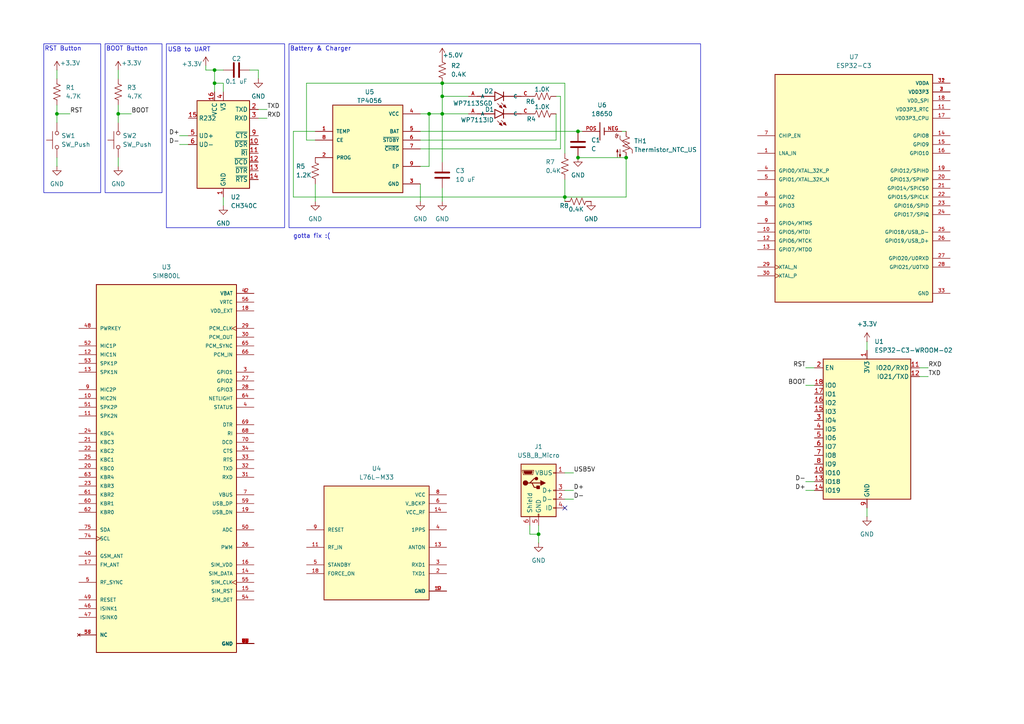
<source format=kicad_sch>
(kicad_sch (version 20250114) (generator "eeschema") (generator_version "9.0")
  (paper "A4")
  (lib_symbols
    (symbol "18650:18650" (pin_names (offset 1.016))
      (property "Reference" "U" (at 0 0 0))
      (property "Value" "18650" (at 0 0 0))
      (symbol "18650_0_0"
        (polyline (pts (xy -0.508 1.016) (xy -0.508 -1.016)) (stroke (width 0.254)))
        (polyline (pts (xy 0.762 2.54) (xy 0.762 -2.54)) (stroke (width 0.254)))
        (pin power_in line (at -5.588 0 0) (length 5.08) (name "~") (number "NEG"))
        (pin power_in line (at 5.842 0 180) (length 5.08) (name "~") (number "POS"))
      )
    )
    (symbol "Connector:USB_B_Micro" (pin_names (offset 1.016))
      (property "Reference" "J" (at -5.08 11.43 0))
      (property "Value" "USB_B_Micro" (at -5.08 8.89 0))
      (symbol "USB_B_Micro_0_1"
        (rectangle (start -5.08 -7.62) (end 5.08 7.62) (stroke (width 0.254)) (fill (type background)))
        (polyline (pts (xy -4.699 5.842) (xy -4.699 5.588) (xy -4.445 4.826) (xy -4.445 4.572) (xy -1.651 4.572) (xy -1.651 4.826) (xy -1.397 5.588) (xy -1.397 5.842) (xy -4.699 5.842)))
        (polyline (pts (xy -4.318 5.588) (xy -1.778 5.588) (xy -2.032 4.826) (xy -4.064 4.826) (xy -4.318 5.588)) (fill (type outline)))
        (circle (center -3.81 2.159) (radius 0.635) (stroke (width 0.254)) (fill (type outline)))
        (polyline (pts (xy -3.175 2.159) (xy -2.54 2.159) (xy -1.27 3.429) (xy -0.635 3.429)) (stroke (width 0.254)))
        (polyline (pts (xy -2.54 2.159) (xy -1.905 2.159) (xy -1.27 0.889) (xy 0 0.889)) (stroke (width 0.254)))
        (polyline (pts (xy -1.905 2.159) (xy 0.635 2.159)) (stroke (width 0.254)))
        (circle (center -0.635 3.429) (radius 0.381) (stroke (width 0.254)) (fill (type outline)))
        (rectangle (start -0.127 -7.62) (end 0.127 -6.858))
        (rectangle (start 0.254 1.27) (end -0.508 0.508) (stroke (width 0.254)) (fill (type outline)))
        (polyline (pts (xy 0.635 2.794) (xy 0.635 1.524) (xy 1.905 2.159) (xy 0.635 2.794)) (stroke (width 0.254)) (fill (type outline)))
        (rectangle (start 5.08 4.953) (end 4.318 5.207))
        (rectangle (start 5.08 -0.127) (end 4.318 0.127))
        (rectangle (start 5.08 -2.667) (end 4.318 -2.413))
        (rectangle (start 5.08 -5.207) (end 4.318 -4.953))
      )
      (symbol "USB_B_Micro_1_1"
        (pin passive line (at -2.54 -10.16 90) (length 2.54) (name "Shield") (number "6"))
        (pin power_out line (at 0 -10.16 90) (length 2.54) (name "GND") (number "5"))
        (pin power_out line (at 7.62 5.08 180) (length 2.54) (name "VBUS") (number "1"))
        (pin bidirectional line (at 7.62 0 180) (length 2.54) (name "D+") (number "3"))
        (pin bidirectional line (at 7.62 -2.54 180) (length 2.54) (name "D-") (number "2"))
        (pin passive line (at 7.62 -5.08 180) (length 2.54) (name "ID") (number "4"))
      )
    )
    (symbol "Device:C" (pin_numbers (hide yes)) (pin_names (offset 0.254))
      (property "Reference" "C" (at 0.635 2.54 0))
      (property "Value" "C" (at 0.635 -2.54 0))
      (symbol "C_0_1"
        (polyline (pts (xy -2.032 0.762) (xy 2.032 0.762)) (stroke (width 0.508)))
        (polyline (pts (xy -2.032 -0.762) (xy 2.032 -0.762)) (stroke (width 0.508)))
      )
      (symbol "C_1_1"
        (pin passive line (at 0 3.81 270) (length 2.794) (name "~") (number "1"))
        (pin passive line (at 0 -3.81 90) (length 2.794) (name "~") (number "2"))
      )
    )
    (symbol "Device:R_US" (pin_numbers (hide yes)) (pin_names (offset 0))
      (property "Reference" "R" (at 2.54 0 90))
      (property "Value" "R_US" (at -2.54 0 90))
      (symbol "R_US_0_1"
        (polyline (pts (xy 0 2.286) (xy 0 2.54)))
        (polyline (pts (xy 0 2.286) (xy 1.016 1.905) (xy 0 1.524) (xy -1.016 1.143) (xy 0 0.762)))
        (polyline (pts (xy 0 0.762) (xy 1.016 0.381) (xy 0 0) (xy -1.016 -0.381) (xy 0 -0.762)))
        (polyline (pts (xy 0 -0.762) (xy 1.016 -1.143) (xy 0 -1.524) (xy -1.016 -1.905) (xy 0 -2.286)))
        (polyline (pts (xy 0 -2.286) (xy 0 -2.54)))
      )
      (symbol "R_US_1_1"
        (pin passive line (at 0 3.81 270) (length 1.27) (name "~") (number "1"))
        (pin passive line (at 0 -3.81 90) (length 1.27) (name "~") (number "2"))
      )
    )
    (symbol "Device:Thermistor_NTC_US" (pin_numbers (hide yes)) (pin_names (offset 0))
      (property "Reference" "TH" (at -4.445 0 90))
      (property "Value" "Thermistor_NTC_US" (at 3.175 0 90))
      (symbol "Thermistor_NTC_US_0_1"
        (arc (start -3.175 2.413) (mid -3.0506 2.3165) (end -3.048 2.159))
        (arc (start -3.048 2.794) (mid -2.9736 2.9736) (end -2.794 3.048))
        (arc (start -2.794 3.048) (mid -2.6144 2.9736) (end -2.54 2.794))
        (arc (start -2.794 2.54) (mid -2.9736 2.6144) (end -3.048 2.794))
        (arc (start -2.794 1.905) (mid -2.9736 1.9794) (end -3.048 2.159))
        (arc (start -2.54 2.159) (mid -2.6144 1.9794) (end -2.794 1.905))
        (arc (start -2.159 2.794) (mid -2.434 2.5608) (end -2.794 2.54))
        (polyline (pts (xy -2.54 2.159) (xy -2.54 2.794)))
        (polyline (pts (xy -2.54 -3.683) (xy -2.54 -1.397) (xy -2.794 -2.159) (xy -2.286 -2.159) (xy -2.54 -1.397) (xy -2.54 -1.651)) (fill (type outline)))
        (polyline (pts (xy -1.778 2.54) (xy -1.778 1.524) (xy 1.778 -1.524) (xy 1.778 -2.54)))
        (polyline (pts (xy -1.778 -1.397) (xy -1.778 -3.683) (xy -2.032 -2.921) (xy -1.524 -2.921) (xy -1.778 -3.683) (xy -1.778 -3.429)) (fill (type outline)))
        (polyline (pts (xy 0 2.286) (xy 0 2.54)))
        (polyline (pts (xy 0 2.286) (xy 1.016 1.905) (xy 0 1.524) (xy -1.016 1.143) (xy 0 0.762)))
        (polyline (pts (xy 0 0.762) (xy 1.016 0.381) (xy 0 0) (xy -1.016 -0.381) (xy 0 -0.762)))
        (polyline (pts (xy 0 -0.762) (xy 1.016 -1.143) (xy 0 -1.524) (xy -1.016 -1.905) (xy 0 -2.286)))
        (polyline (pts (xy 0 -2.286) (xy 0 -2.54)))
      )
      (symbol "Thermistor_NTC_US_1_1"
        (pin passive line (at 0 3.81 270) (length 1.27) (name "~") (number "1"))
        (pin passive line (at 0 -3.81 90) (length 1.27) (name "~") (number "2"))
      )
    )
    (symbol "ESP32-C3:ESP32-C3" (pin_names (offset 1.016))
      (property "Reference" "U" (at -22.86 33.782 0))
      (property "Value" "ESP32-C3" (at -22.86 -35.56 0))
      (symbol "ESP32-C3_0_0"
        (rectangle (start -22.86 -33.02) (end 22.86 33.02) (stroke (width 0.254)) (fill (type background)))
        (pin input line (at -27.94 15.24 0) (length 5.08) (name "CHIP_EN") (number "7"))
        (pin input line (at -27.94 10.16 0) (length 5.08) (name "LNA_IN") (number "1"))
        (pin bidirectional line (at -27.94 5.08 0) (length 5.08) (name "GPIO0/XTAL_32K_P") (number "4"))
        (pin bidirectional line (at -27.94 2.54 0) (length 5.08) (name "GPIO1/XTAL_32K_N") (number "5"))
        (pin bidirectional line (at -27.94 -2.54 0) (length 5.08) (name "GPIO2") (number "6"))
        (pin bidirectional line (at -27.94 -5.08 0) (length 5.08) (name "GPIO3") (number "8"))
        (pin bidirectional line (at -27.94 -10.16 0) (length 5.08) (name "GPIO4/MTMS") (number "9"))
        (pin bidirectional line (at -27.94 -12.7 0) (length 5.08) (name "GPIO5/MTDI") (number "10"))
        (pin bidirectional line (at -27.94 -15.24 0) (length 5.08) (name "GPIO6/MTCK") (number "12"))
        (pin bidirectional line (at -27.94 -17.78 0) (length 5.08) (name "GPIO7/MTDO") (number "13"))
        (pin input clock (at -27.94 -22.86 0) (length 5.08) (name "XTAL_N") (number "29"))
        (pin input clock (at -27.94 -25.4 0) (length 5.08) (name "XTAL_P") (number "30"))
        (pin power_in line (at 27.94 30.48 180) (length 5.08) (name "VDDA") (number "31"))
        (pin power_in line (at 27.94 30.48 180) (length 5.08) (name "VDDA") (number "32"))
        (pin power_in line (at 27.94 27.94 180) (length 5.08) (name "VDD3P3") (number "2"))
        (pin power_in line (at 27.94 27.94 180) (length 5.08) (name "VDD3P3") (number "3"))
        (pin power_in line (at 27.94 25.4 180) (length 5.08) (name "VDD_SPI") (number "18"))
        (pin power_in line (at 27.94 22.86 180) (length 5.08) (name "VDD3P3_RTC") (number "11"))
        (pin power_in line (at 27.94 20.32 180) (length 5.08) (name "VDD3P3_CPU") (number "17"))
        (pin bidirectional line (at 27.94 15.24 180) (length 5.08) (name "GPIO8") (number "14"))
        (pin bidirectional line (at 27.94 12.7 180) (length 5.08) (name "GPIO9") (number "15"))
        (pin bidirectional line (at 27.94 10.16 180) (length 5.08) (name "GPIO10") (number "16"))
        (pin bidirectional line (at 27.94 5.08 180) (length 5.08) (name "GPIO12/SPIHD") (number "19"))
        (pin bidirectional line (at 27.94 2.54 180) (length 5.08) (name "GPIO13/SPIWP") (number "20"))
        (pin bidirectional line (at 27.94 0 180) (length 5.08) (name "GPIO14/SPICS0") (number "21"))
        (pin bidirectional line (at 27.94 -2.54 180) (length 5.08) (name "GPIO15/SPICLK") (number "22"))
        (pin bidirectional line (at 27.94 -5.08 180) (length 5.08) (name "GPIO16/SPID") (number "23"))
        (pin bidirectional line (at 27.94 -7.62 180) (length 5.08) (name "GPIO17/SPIQ") (number "24"))
        (pin bidirectional line (at 27.94 -12.7 180) (length 5.08) (name "GPIO18/USB_D-") (number "25"))
        (pin bidirectional line (at 27.94 -15.24 180) (length 5.08) (name "GPIO19/USB_D+") (number "26"))
        (pin bidirectional line (at 27.94 -20.32 180) (length 5.08) (name "GPIO20/U0RXD") (number "27"))
        (pin bidirectional line (at 27.94 -22.86 180) (length 5.08) (name "GPIO21/U0TXD") (number "28"))
        (pin power_in line (at 27.94 -30.48 180) (length 5.08) (name "GND") (number "33"))
      )
    )
    (symbol "Interface_USB:CH340C"
      (property "Reference" "U" (at -5.08 13.97 0))
      (property "Value" "CH340C" (at 1.27 13.97 0))
      (symbol "CH340C_0_1"
        (rectangle (start -7.62 12.7) (end 7.62 -12.7) (stroke (width 0.254)) (fill (type background)))
      )
      (symbol "CH340C_1_1"
        (pin input line (at -10.16 7.62 0) (length 2.54) (name "R232") (number "15"))
        (pin bidirectional line (at -10.16 2.54 0) (length 2.54) (name "UD+") (number "5"))
        (pin bidirectional line (at -10.16 0 0) (length 2.54) (name "UD-") (number "6"))
        (pin no_connect line (at -7.62 -5.08 0) (length 2.54) (hide yes) (name "NC") (number "7"))
        (pin no_connect line (at -7.62 -7.62 0) (length 2.54) (hide yes) (name "NC") (number "8"))
        (pin power_in line (at -2.54 15.24 270) (length 2.54) (name "VCC") (number "16"))
        (pin power_out line (at 0 15.24 270) (length 2.54) (name "V3") (number "4"))
        (pin power_in line (at 0 -15.24 90) (length 2.54) (name "GND") (number "1"))
        (pin output line (at 10.16 10.16 180) (length 2.54) (name "TXD") (number "2"))
        (pin input line (at 10.16 7.62 180) (length 2.54) (name "RXD") (number "3"))
        (pin input line (at 10.16 2.54 180) (length 2.54) (name "~{CTS}") (number "9"))
        (pin input line (at 10.16 0 180) (length 2.54) (name "~{DSR}") (number "10"))
        (pin input line (at 10.16 -2.54 180) (length 2.54) (name "~{RI}") (number "11"))
        (pin input line (at 10.16 -5.08 180) (length 2.54) (name "~{DCD}") (number "12"))
        (pin output line (at 10.16 -7.62 180) (length 2.54) (name "~{DTR}") (number "13"))
        (pin output line (at 10.16 -10.16 180) (length 2.54) (name "~{RTS}") (number "14"))
      )
    )
    (symbol "L76L-M33:L76L-M33" (pin_names (offset 1.016))
      (property "Reference" "U" (at -15.24 18.542 0))
      (property "Value" "L76L-M33" (at -15.24 -17.78 0))
      (symbol "L76L-M33_0_0"
        (rectangle (start -15.24 -15.24) (end 15.24 17.78) (stroke (width 0.254)) (fill (type background)))
        (pin input line (at -20.32 5.08 0) (length 5.08) (name "RESET") (number "9"))
        (pin input line (at -20.32 0 0) (length 5.08) (name "RF_IN") (number "11"))
        (pin input line (at -20.32 -5.08 0) (length 5.08) (name "STANDBY") (number "5"))
        (pin input line (at -20.32 -7.62 0) (length 5.08) (name "FORCE_ON") (number "18"))
        (pin power_in line (at 20.32 15.24 180) (length 5.08) (name "VCC") (number "8"))
        (pin power_in line (at 20.32 12.7 180) (length 5.08) (name "V_BCKP") (number "6"))
        (pin power_in line (at 20.32 10.16 180) (length 5.08) (name "VCC_RF") (number "14"))
        (pin output line (at 20.32 5.08 180) (length 5.08) (name "1PPS") (number "4"))
        (pin output line (at 20.32 0 180) (length 5.08) (name "ANTON") (number "13"))
        (pin input line (at 20.32 -5.08 180) (length 5.08) (name "RXD1") (number "3"))
        (pin output line (at 20.32 -7.62 180) (length 5.08) (name "TXD1") (number "2"))
        (pin power_in line (at 20.32 -12.7 180) (length 5.08) (name "GND") (number "1"))
        (pin power_in line (at 20.32 -12.7 180) (length 5.08) (name "GND") (number "10"))
        (pin power_in line (at 20.32 -12.7 180) (length 5.08) (name "GND") (number "12"))
      )
    )
    (symbol "RF_Module:ESP32-C3-WROOM-02"
      (property "Reference" "U" (at -12.192 21.336 0))
      (property "Value" "ESP32-C3-WROOM-02" (at 12.192 21.336 0))
      (symbol "ESP32-C3-WROOM-02_1_1"
        (rectangle (start -12.7 20.32) (end 12.7 -20.32) (stroke (width 0.254)) (fill (type background)))
        (pin input line (at -15.24 17.78 0) (length 2.54) (name "EN") (number "2"))
        (pin bidirectional line (at -15.24 12.7 0) (length 2.54) (name "IO0") (number "18"))
        (pin bidirectional line (at -15.24 10.16 0) (length 2.54) (name "IO1") (number "17"))
        (pin bidirectional line (at -15.24 7.62 0) (length 2.54) (name "IO2") (number "16"))
        (pin bidirectional line (at -15.24 5.08 0) (length 2.54) (name "IO3") (number "15"))
        (pin bidirectional line (at -15.24 2.54 0) (length 2.54) (name "IO4") (number "3"))
        (pin bidirectional line (at -15.24 0 0) (length 2.54) (name "IO5") (number "4"))
        (pin bidirectional line (at -15.24 -2.54 0) (length 2.54) (name "IO6") (number "5"))
        (pin bidirectional line (at -15.24 -5.08 0) (length 2.54) (name "IO7") (number "6"))
        (pin bidirectional line (at -15.24 -7.62 0) (length 2.54) (name "IO8") (number "7"))
        (pin bidirectional line (at -15.24 -10.16 0) (length 2.54) (name "IO9") (number "8"))
        (pin bidirectional line (at -15.24 -12.7 0) (length 2.54) (name "IO10") (number "10"))
        (pin bidirectional line (at -15.24 -15.24 0) (length 2.54) (name "IO18") (number "13"))
        (pin bidirectional line (at -15.24 -17.78 0) (length 2.54) (name "IO19") (number "14"))
        (pin power_in line (at 0 22.86 270) (length 2.54) (name "3V3") (number "1"))
        (pin passive line (at 0 -22.86 90) (length 2.54) (hide yes) (name "GND") (number "19"))
        (pin power_in line (at 0 -22.86 90) (length 2.54) (name "GND") (number "9"))
        (pin bidirectional line (at 15.24 17.78 180) (length 2.54) (name "IO20/RXD") (number "11"))
        (pin bidirectional line (at 15.24 15.24 180) (length 2.54) (name "IO21/TXD") (number "12"))
      )
    )
    (symbol "SIM800L:SIM800L" (pin_names (offset 1.016))
      (property "Reference" "U" (at -20.32 55.88 0))
      (property "Value" "SIM800L" (at -20.32 -58.42 0))
      (symbol "SIM800L_0_0"
        (rectangle (start -20.32 -53.34) (end 20.32 53.34) (stroke (width 0.254)) (fill (type background)))
        (pin input line (at -25.4 40.64 0) (length 5.08) (name "PWRKEY") (number "48"))
        (pin input line (at -25.4 35.56 0) (length 5.08) (name "MIC1P") (number "52"))
        (pin input line (at -25.4 33.02 0) (length 5.08) (name "MIC1N") (number "12"))
        (pin output line (at -25.4 30.48 0) (length 5.08) (name "SPK1P") (number "53"))
        (pin output line (at -25.4 27.94 0) (length 5.08) (name "SPK1N") (number "13"))
        (pin input line (at -25.4 22.86 0) (length 5.08) (name "MIC2P") (number "9"))
        (pin input line (at -25.4 20.32 0) (length 5.08) (name "MIC2N") (number "10"))
        (pin output line (at -25.4 17.78 0) (length 5.08) (name "SPK2P") (number "51"))
        (pin output line (at -25.4 15.24 0) (length 5.08) (name "SPK2N") (number "11"))
        (pin input line (at -25.4 10.16 0) (length 5.08) (name "KBC4") (number "24"))
        (pin input line (at -25.4 7.62 0) (length 5.08) (name "KBC3") (number "21"))
        (pin input line (at -25.4 5.08 0) (length 5.08) (name "KBC2") (number "22"))
        (pin input line (at -25.4 2.54 0) (length 5.08) (name "KBC1") (number "25"))
        (pin input line (at -25.4 0 0) (length 5.08) (name "KBC0") (number "20"))
        (pin output line (at -25.4 -2.54 0) (length 5.08) (name "KBR4") (number "63"))
        (pin output line (at -25.4 -5.08 0) (length 5.08) (name "KBR3") (number "23"))
        (pin output line (at -25.4 -7.62 0) (length 5.08) (name "KBR2") (number "61"))
        (pin output line (at -25.4 -10.16 0) (length 5.08) (name "KBR1") (number "60"))
        (pin output line (at -25.4 -12.7 0) (length 5.08) (name "KBR0") (number "62"))
        (pin bidirectional line (at -25.4 -17.78 0) (length 5.08) (name "SDA") (number "75"))
        (pin output clock (at -25.4 -20.32 0) (length 5.08) (name "SCL") (number "74"))
        (pin bidirectional line (at -25.4 -25.4 0) (length 5.08) (name "GSM_ANT") (number "40"))
        (pin input line (at -25.4 -27.94 0) (length 5.08) (name "FM_ANT") (number "17"))
        (pin output line (at -25.4 -33.02 0) (length 5.08) (name "RF_SYNC") (number "5"))
        (pin input line (at -25.4 -38.1 0) (length 5.08) (name "RESET") (number "49"))
        (pin input line (at -25.4 -40.64 0) (length 5.08) (name "ISINK1") (number "46"))
        (pin input line (at -25.4 -43.18 0) (length 5.08) (name "ISINK0") (number "47"))
        (pin no_connect line (at -25.4 -48.26 0) (length 5.08) (name "NC") (number "36"))
        (pin no_connect line (at -25.4 -48.26 0) (length 5.08) (name "NC") (number "57"))
        (pin power_in line (at 25.4 50.8 180) (length 5.08) (name "VBAT") (number "1"))
        (pin power_in line (at 25.4 50.8 180) (length 5.08) (name "VBAT") (number "42"))
        (pin power_in line (at 25.4 48.26 180) (length 5.08) (name "VRTC") (number "56"))
        (pin power_in line (at 25.4 45.72 180) (length 5.08) (name "VDD_EXT") (number "18"))
        (pin output clock (at 25.4 40.64 180) (length 5.08) (name "PCM_CLK") (number "29"))
        (pin output line (at 25.4 38.1 180) (length 5.08) (name "PCM_OUT") (number "30"))
        (pin output line (at 25.4 35.56 180) (length 5.08) (name "PCM_SYNC") (number "65"))
        (pin input line (at 25.4 33.02 180) (length 5.08) (name "PCM_IN") (number "66"))
        (pin bidirectional line (at 25.4 27.94 180) (length 5.08) (name "GPIO1") (number "3"))
        (pin bidirectional line (at 25.4 25.4 180) (length 5.08) (name "GPIO2") (number "27"))
        (pin bidirectional line (at 25.4 22.86 180) (length 5.08) (name "GPIO3") (number "28"))
        (pin output line (at 25.4 20.32 180) (length 5.08) (name "NETLIGHT") (number "64"))
        (pin output line (at 25.4 17.78 180) (length 5.08) (name "STATUS") (number "4"))
        (pin input line (at 25.4 12.7 180) (length 5.08) (name "DTR") (number "69"))
        (pin output line (at 25.4 10.16 180) (length 5.08) (name "RI") (number "68"))
        (pin output line (at 25.4 7.62 180) (length 5.08) (name "DCD") (number "70"))
        (pin output line (at 25.4 5.08 180) (length 5.08) (name "CTS") (number "34"))
        (pin input line (at 25.4 2.54 180) (length 5.08) (name "RTS") (number "33"))
        (pin output line (at 25.4 0 180) (length 5.08) (name "TXD") (number "32"))
        (pin input line (at 25.4 -2.54 180) (length 5.08) (name "RXD") (number "31"))
        (pin input line (at 25.4 -7.62 180) (length 5.08) (name "VBUS") (number "7"))
        (pin bidirectional line (at 25.4 -10.16 180) (length 5.08) (name "USB_DP") (number "59"))
        (pin bidirectional line (at 25.4 -12.7 180) (length 5.08) (name "USB_DN") (number "19"))
        (pin input line (at 25.4 -17.78 180) (length 5.08) (name "ADC") (number "50"))
        (pin output line (at 25.4 -22.86 180) (length 5.08) (name "PWM") (number "26"))
        (pin output line (at 25.4 -27.94 180) (length 5.08) (name "SIM_VDD") (number "16"))
        (pin bidirectional line (at 25.4 -30.48 180) (length 5.08) (name "SIM_DATA") (number "14"))
        (pin output clock (at 25.4 -33.02 180) (length 5.08) (name "SIM_CLK") (number "55"))
        (pin output line (at 25.4 -35.56 180) (length 5.08) (name "SIM_RST") (number "15"))
        (pin input line (at 25.4 -38.1 180) (length 5.08) (name "SIM_DET") (number "54"))
        (pin power_in line (at 25.4 -50.8 180) (length 5.08) (name "GND") (number "2"))
        (pin power_in line (at 25.4 -50.8 180) (length 5.08) (name "GND") (number "35"))
        (pin power_in line (at 25.4 -50.8 180) (length 5.08) (name "GND") (number "37"))
        (pin power_in line (at 25.4 -50.8 180) (length 5.08) (name "GND") (number "38"))
        (pin power_in line (at 25.4 -50.8 180) (length 5.08) (name "GND") (number "39"))
        (pin power_in line (at 25.4 -50.8 180) (length 5.08) (name "GND") (number "41"))
        (pin power_in line (at 25.4 -50.8 180) (length 5.08) (name "GND") (number "43"))
        (pin power_in line (at 25.4 -50.8 180) (length 5.08) (name "GND") (number "44"))
        (pin power_in line (at 25.4 -50.8 180) (length 5.08) (name "GND") (number "45"))
        (pin power_in line (at 25.4 -50.8 180) (length 5.08) (name "GND") (number "58"))
        (pin power_in line (at 25.4 -50.8 180) (length 5.08) (name "GND") (number "6"))
        (pin power_in line (at 25.4 -50.8 180) (length 5.08) (name "GND") (number "67"))
        (pin power_in line (at 25.4 -50.8 180) (length 5.08) (name "GND") (number "71"))
        (pin power_in line (at 25.4 -50.8 180) (length 5.08) (name "GND") (number "72"))
        (pin power_in line (at 25.4 -50.8 180) (length 5.08) (name "GND") (number "73"))
        (pin power_in line (at 25.4 -50.8 180) (length 5.08) (name "GND") (number "76"))
        (pin power_in line (at 25.4 -50.8 180) (length 5.08) (name "GND") (number "77"))
        (pin power_in line (at 25.4 -50.8 180) (length 5.08) (name "GND") (number "78"))
        (pin power_in line (at 25.4 -50.8 180) (length 5.08) (name "GND") (number "79"))
        (pin power_in line (at 25.4 -50.8 180) (length 5.08) (name "GND") (number "8"))
        (pin power_in line (at 25.4 -50.8 180) (length 5.08) (name "GND") (number "80"))
        (pin power_in line (at 25.4 -50.8 180) (length 5.08) (name "GND") (number "81"))
        (pin power_in line (at 25.4 -50.8 180) (length 5.08) (name "GND") (number "82"))
        (pin power_in line (at 25.4 -50.8 180) (length 5.08) (name "GND") (number "83"))
        (pin power_in line (at 25.4 -50.8 180) (length 5.08) (name "GND") (number "84"))
        (pin power_in line (at 25.4 -50.8 180) (length 5.08) (name "GND") (number "85"))
        (pin power_in line (at 25.4 -50.8 180) (length 5.08) (name "GND") (number "86"))
        (pin power_in line (at 25.4 -50.8 180) (length 5.08) (name "GND") (number "87"))
        (pin power_in line (at 25.4 -50.8 180) (length 5.08) (name "GND") (number "88"))
      )
    )
    (symbol "Switch:SW_Push" (pin_numbers (hide yes)) (pin_names (offset 1.016) (hide yes))
      (property "Reference" "SW" (at 1.27 2.54 0))
      (property "Value" "SW_Push" (at 0 -1.524 0))
      (symbol "SW_Push_0_1"
        (circle (center -2.032 0) (radius 0.508))
        (polyline (pts (xy 0 1.27) (xy 0 3.048)))
        (circle (center 2.032 0) (radius 0.508))
        (polyline (pts (xy 2.54 1.27) (xy -2.54 1.27)))
        (pin passive line (at -5.08 0 0) (length 2.54) (name "1") (number "1"))
        (pin passive line (at 5.08 0 180) (length 2.54) (name "2") (number "2"))
      )
    )
    (symbol "TP4056:TP4056" (pin_names (offset 1.016))
      (property "Reference" "U" (at -10.16 13.208 0))
      (property "Value" "TP4056" (at -10.16 -15.24 0))
      (symbol "TP4056_0_0"
        (rectangle (start -10.16 -12.7) (end 10.16 12.7) (stroke (width 0.254)) (fill (type background)))
        (pin input line (at -15.24 5.08 0) (length 5.08) (name "TEMP") (number "1"))
        (pin input line (at -15.24 2.54 0) (length 5.08) (name "CE") (number "8"))
        (pin bidirectional line (at -15.24 -2.54 0) (length 5.08) (name "PROG") (number "2"))
        (pin power_in line (at 15.24 10.16 180) (length 5.08) (name "VCC") (number "4"))
        (pin output line (at 15.24 5.08 180) (length 5.08) (name "BAT") (number "5"))
        (pin output line (at 15.24 2.54 180) (length 5.08) (name "~{STDBY}") (number "6"))
        (pin output line (at 15.24 0 180) (length 5.08) (name "~{CHRG}") (number "7"))
        (pin passive line (at 15.24 -5.08 180) (length 5.08) (name "EP") (number "9"))
        (pin power_in line (at 15.24 -10.16 180) (length 5.08) (name "GND") (number "3"))
      )
    )
    (symbol "WP7113ID:WP7113ID" (pin_names (offset 1.016))
      (property "Reference" "D" (at -2.0355 4.071 0))
      (property "Value" "WP7113ID" (at -2.0386 -3.8224 0))
      (symbol "WP7113ID_0_0"
        (polyline (pts (xy -5.08 0) (xy 0 0)) (stroke (width 0.254)))
        (polyline (pts (xy -0.762 3.302) (xy 0.127 2.921) (xy -0.381 2.413) (xy -0.762 3.302)) (stroke (width 0.1524)) (fill (type outline)))
        (polyline (pts (xy 0 0) (xy 0 1.27)) (stroke (width 0.254)))
        (polyline (pts (xy 0 0) (xy 2.54 1.27)) (stroke (width 0.254)))
        (polyline (pts (xy 0 -1.27) (xy 0 0)) (stroke (width 0.254)))
        (polyline (pts (xy 0.381 3.429) (xy 1.27 3.048) (xy 0.762 2.54) (xy 0.381 3.429)) (stroke (width 0.1524)) (fill (type outline)))
        (polyline (pts (xy 0.635 1.905) (xy -0.762 3.302)) (stroke (width 0.1524)))
        (polyline (pts (xy 1.778 2.032) (xy 0.381 3.429)) (stroke (width 0.1524)))
        (polyline (pts (xy 2.54 0) (xy 2.54 1.27)) (stroke (width 0.254)))
        (polyline (pts (xy 2.54 0) (xy 7.62 0)) (stroke (width 0.254)))
        (polyline (pts (xy 2.54 -1.27) (xy 0 0)) (stroke (width 0.254)))
        (polyline (pts (xy 2.54 -1.27) (xy 2.54 0)) (stroke (width 0.254)))
        (pin passive line (at -7.62 0 0) (length 2.54) (name "C") (number "C"))
        (pin passive line (at 10.16 0 180) (length 2.54) (name "A") (number "A"))
      )
    )
    (symbol "WP7113SGD:WP7113SGD" (pin_names (offset 1.016))
      (property "Reference" "D" (at -2.0348 4.0696 0))
      (property "Value" "WP7113SGD" (at -2.0358 -3.8172 0))
      (symbol "WP7113SGD_0_0"
        (polyline (pts (xy -5.08 0) (xy 0 0)) (stroke (width 0.254)))
        (polyline (pts (xy -0.762 3.302) (xy 0.127 2.921) (xy -0.381 2.413) (xy -0.762 3.302)) (stroke (width 0.1524)) (fill (type outline)))
        (polyline (pts (xy 0 0) (xy 0 1.27)) (stroke (width 0.254)))
        (polyline (pts (xy 0 0) (xy 2.54 1.27)) (stroke (width 0.254)))
        (polyline (pts (xy 0 -1.27) (xy 0 0)) (stroke (width 0.254)))
        (polyline (pts (xy 0.381 3.429) (xy 1.27 3.048) (xy 0.762 2.54) (xy 0.381 3.429)) (stroke (width 0.1524)) (fill (type outline)))
        (polyline (pts (xy 0.635 1.905) (xy -0.762 3.302)) (stroke (width 0.1524)))
        (polyline (pts (xy 1.778 2.032) (xy 0.381 3.429)) (stroke (width 0.1524)))
        (polyline (pts (xy 2.54 0) (xy 2.54 1.27)) (stroke (width 0.254)))
        (polyline (pts (xy 2.54 0) (xy 7.62 0)) (stroke (width 0.254)))
        (polyline (pts (xy 2.54 -1.27) (xy 0 0)) (stroke (width 0.254)))
        (polyline (pts (xy 2.54 -1.27) (xy 2.54 0)) (stroke (width 0.254)))
        (pin passive line (at -7.62 0 0) (length 2.54) (name "C") (number "C"))
        (pin passive line (at 10.16 0 180) (length 2.54) (name "A") (number "A"))
      )
    )
    (symbol "power:+3.3V" (power) (pin_numbers (hide yes)) (pin_names (offset 0) (hide yes))
      (property "Value" "+3.3V" (at 0 3.556 0))
      (symbol "+3.3V_0_1"
        (polyline (pts (xy -0.762 1.27) (xy 0 2.54)))
        (polyline (pts (xy 0 2.54) (xy 0.762 1.27)))
        (polyline (pts (xy 0 0) (xy 0 2.54)))
      )
      (symbol "+3.3V_1_1"
        (pin power_in line (at 0 0 90) (length 0) (name "~") (number "1"))
      )
    )
    (symbol "power:GND" (power) (pin_numbers (hide yes)) (pin_names (offset 0) (hide yes))
      (property "Value" "GND" (at 0 -3.81 0))
      (symbol "GND_0_1"
        (polyline (pts (xy 0 0) (xy 0 -1.27) (xy 1.27 -1.27) (xy 0 -2.54) (xy -1.27 -1.27) (xy 0 -1.27)))
      )
      (symbol "GND_1_1"
        (pin power_in line (at 0 0 270) (length 0) (name "~") (number "1"))
      )
    )
  )
  (rectangle (start 12.7 12.7) (end 29.21 55.88))
  (rectangle (start 48.26 12.7) (end 82.55 66.04))
  (rectangle (start 83.82 12.7) (end 203.2 66.04))
  (rectangle (start 30.48 12.7) (end 46.99 55.88))
  (text "BOOT Button\n" (at 36.83 14.224 0) (effects (font (size 1.27 1.27))))
  (text "RST Button\n" (at 18.288 14.224 0) (effects (font (size 1.27 1.27))))
  (text "Battery & Charger" (at 92.964 14.224 0) (effects (font (size 1.27 1.27))))
  (text "USB to UART" (at 54.864 14.478 0) (effects (font (size 1.27 1.27))))
  (text "gotta fix :(\n" (at 90.424 68.58 0) (effects (font (size 1.27 1.27))))
  (junction (at 167.64 38.1))
  (junction (at 124.46 33.02))
  (junction (at 167.64 45.72))
  (junction (at 62.23 20.32))
  (junction (at 181.61 45.72))
  (junction (at 128.27 27.94))
  (junction (at 16.51 33.02))
  (junction (at 156.21 154.94))
  (junction (at 163.83 57.15))
  (junction (at 62.23 24.13))
  (junction (at 128.27 24.13))
  (junction (at 128.27 33.02))
  (junction (at 34.29 33.02))
  (no_connect (at 163.83 147.32))
  (wire (pts (xy 72.39 20.32) (xy 74.93 20.32)))
  (wire (pts (xy 34.29 20.32) (xy 34.29 22.86)))
  (wire (pts (xy 62.23 24.13) (xy 62.23 26.67)))
  (wire (pts (xy 124.46 33.02) (xy 128.27 33.02)))
  (wire (pts (xy 135.89 27.94) (xy 128.27 27.94)))
  (wire (pts (xy 163.83 142.24) (xy 166.37 142.24)))
  (wire (pts (xy 121.92 53.34) (xy 121.92 58.42)))
  (wire (pts (xy 163.83 24.13) (xy 128.27 24.13)))
  (wire (pts (xy 16.51 30.48) (xy 16.51 33.02)))
  (wire (pts (xy 180.34 38.1) (xy 181.61 38.1)))
  (wire (pts (xy 62.23 20.32) (xy 62.23 24.13)))
  (wire (pts (xy 124.46 48.26) (xy 124.46 33.02)))
  (wire (pts (xy 62.23 20.32) (xy 64.77 20.32)))
  (wire (pts (xy 233.68 142.24) (xy 236.22 142.24)))
  (wire (pts (xy 88.9 24.13) (xy 88.9 40.64)))
  (wire (pts (xy 162.56 43.18) (xy 121.92 43.18)))
  (wire (pts (xy 163.83 57.15) (xy 181.61 57.15)))
  (wire (pts (xy 156.21 152.4) (xy 156.21 154.94)))
  (wire (pts (xy 62.23 24.13) (xy 64.77 24.13)))
  (wire (pts (xy 167.64 38.1) (xy 168.91 38.1)))
  (wire (pts (xy 163.83 137.16) (xy 166.37 137.16)))
  (wire (pts (xy 167.64 45.72) (xy 181.61 45.72)))
  (wire (pts (xy 233.68 111.76) (xy 236.22 111.76)))
  (wire (pts (xy 59.69 20.32) (xy 62.23 20.32)))
  (wire (pts (xy 181.61 45.72) (xy 181.61 57.15)))
  (wire (pts (xy 34.29 45.72) (xy 34.29 48.26)))
  (wire (pts (xy 91.44 53.34) (xy 91.44 58.42)))
  (wire (pts (xy 153.67 154.94) (xy 156.21 154.94)))
  (wire (pts (xy 128.27 24.13) (xy 128.27 27.94)))
  (wire (pts (xy 233.68 106.68) (xy 236.22 106.68)))
  (wire (pts (xy 163.83 57.15) (xy 163.83 58.42)))
  (wire (pts (xy 161.29 33.02) (xy 161.29 40.64)))
  (wire (pts (xy 85.09 57.15) (xy 85.09 38.1)))
  (wire (pts (xy 88.9 40.64) (xy 91.44 40.64)))
  (wire (pts (xy 163.83 144.78) (xy 166.37 144.78)))
  (wire (pts (xy 34.29 33.02) (xy 34.29 35.56)))
  (wire (pts (xy 16.51 33.02) (xy 20.32 33.02)))
  (wire (pts (xy 233.68 139.7) (xy 236.22 139.7)))
  (wire (pts (xy 16.51 45.72) (xy 16.51 48.26)))
  (wire (pts (xy 163.83 52.07) (xy 163.83 57.15)))
  (wire (pts (xy 64.77 57.15) (xy 64.77 59.69)))
  (wire (pts (xy 163.83 44.45) (xy 163.83 24.13)))
  (wire (pts (xy 153.67 152.4) (xy 153.67 154.94)))
  (wire (pts (xy 34.29 30.48) (xy 34.29 33.02)))
  (wire (pts (xy 34.29 33.02) (xy 38.1 33.02)))
  (wire (pts (xy 85.09 38.1) (xy 91.44 38.1)))
  (wire (pts (xy 128.27 27.94) (xy 128.27 33.02)))
  (wire (pts (xy 128.27 33.02) (xy 128.27 46.99)))
  (wire (pts (xy 74.93 31.75) (xy 77.47 31.75)))
  (wire (pts (xy 121.92 48.26) (xy 124.46 48.26)))
  (wire (pts (xy 162.56 27.94) (xy 162.56 43.18)))
  (wire (pts (xy 128.27 58.42) (xy 128.27 54.61)))
  (wire (pts (xy 64.77 24.13) (xy 64.77 26.67)))
  (wire (pts (xy 121.92 33.02) (xy 124.46 33.02)))
  (wire (pts (xy 251.46 147.32) (xy 251.46 149.86)))
  (wire (pts (xy 251.46 99.06) (xy 251.46 101.6)))
  (wire (pts (xy 121.92 38.1) (xy 167.64 38.1)))
  (wire (pts (xy 85.09 57.15) (xy 163.83 57.15)))
  (wire (pts (xy 128.27 24.13) (xy 88.9 24.13)))
  (wire (pts (xy 266.7 109.22) (xy 269.24 109.22)))
  (wire (pts (xy 156.21 154.94) (xy 156.21 157.48)))
  (wire (pts (xy 135.89 33.02) (xy 128.27 33.02)))
  (wire (pts (xy 161.29 40.64) (xy 121.92 40.64)))
  (wire (pts (xy 161.29 27.94) (xy 162.56 27.94)))
  (wire (pts (xy 52.07 39.37) (xy 54.61 39.37)))
  (wire (pts (xy 74.93 34.29) (xy 77.47 34.29)))
  (wire (pts (xy 16.51 20.32) (xy 16.51 22.86)))
  (wire (pts (xy 59.69 19.05) (xy 59.69 20.32)))
  (wire (pts (xy 52.07 41.91) (xy 54.61 41.91)))
  (wire (pts (xy 74.93 20.32) (xy 74.93 22.86)))
  (wire (pts (xy 266.7 106.68) (xy 269.24 106.68)))
  (wire (pts (xy 16.51 33.02) (xy 16.51 35.56)))
  (label "D+" (at 166.37 142.24 0))
  (label "BOOT" (at 38.1 33.02 0))
  (label "RST" (at 233.68 106.68 180))
  (label "RST" (at 20.32 33.02 0))
  (label "BOOT" (at 233.68 111.76 180))
  (label "TXD" (at 269.24 109.22 0))
  (label "D-" (at 52.07 41.91 180))
  (label "D-" (at 166.37 144.78 0))
  (label "RXD" (at 269.24 106.68 0))
  (label "D+" (at 52.07 39.37 180))
  (label "D+" (at 233.68 142.24 180))
  (label "TXD" (at 77.47 31.75 0))
  (label "D-" (at 233.68 139.7 180))
  (label "RXD" (at 77.47 34.29 0))
  (label "USB5V" (at 166.37 137.16 0))
  (symbol (lib_id "ESP32-C3:ESP32-C3") (at 247.65 54.61 0) (unit 1)
    (property "Reference" "U7" (at 247.65 16.51 0))
    (property "Value" "ESP32-C3" (at 247.65 19.05 0))
    (property "Footprint" "ESP32-C3:QFN50P500X500X90-33N" (effects (hide yes)))
    (property "MF" "Espressif Systems" (effects (hide yes)))
    (property "MAXIMUM_PACKAGE_HEIGHT" "0.9mm" (effects (hide yes)))
    (property "Package" "VFQFN-32 Espressif Systems" (effects (hide yes)))
    (property "Price" "None" (effects (hide yes)))
    (property "Check_prices" "https://www.snapeda.com/parts/ESP32-C3/Espressif+Systems/view-part/?ref=eda" (effects (hide yes)))
    (property "STANDARD" "IPC-7351B" (effects (hide yes)))
    (property "PARTREV" "2.0" (effects (hide yes)))
    (property "SnapEDA_Link" "https://www.snapeda.com/parts/ESP32-C3/Espressif+Systems/view-part/?ref=snap" (effects (hide yes)))
    (property "MP" "ESP32-C3" (effects (hide yes)))
    (property "Description_1" "WiFi Modules (802.11) (Engineering Samples Only) SMD IC ESP32-C3, RISC-V single-core MCU, 2.4G Wi-Fi & BLE 5.0 combo, QFN 32-pin, 5*5 mm, 40 ~ 105C" (effects (hide yes)))
    (property "Availability" "In Stock" (effects (hide yes)))
    (property "MANUFACTURER" "Espressif Systems" (effects (hide yes)))
  )
  (symbol (lib_id "Interface_USB:CH340C") (at 64.77 41.91 0) (unit 1)
    (property "Reference" "U2" (at 66.9133 57.15 0) (effects (justify left)))
    (property "Value" "CH340C" (at 66.9133 59.69 0) (effects (justify left)))
    (property "Footprint" "Package_SO:SOIC-16_3.9x9.9mm_P1.27mm" (effects (hide yes)))
    (property "Datasheet" "https://datasheet.lcsc.com/szlcsc/Jiangsu-Qin-Heng-CH340C_C84681.pdf" (effects (hide yes)))
    (property "Description" "USB serial converter, crystal-less, UART, SOIC-16" (effects (hide yes)))
  )
  (symbol (lib_id "Switch:SW_Push") (at 16.51 40.64 90) (unit 1)
    (property "Reference" "SW1" (at 17.78 39.3699 90) (effects (justify right)))
    (property "Value" "SW_Push" (at 17.78 41.9099 90) (effects (justify right)))
    (property "Description" "Push button switch, generic, two pins" (effects (hide yes)))
  )
  (symbol (lib_id "power:GND") (at 128.27 58.42 0) (unit 1)
    (property "Reference" "#PWR016" (effects (hide yes)))
    (property "Value" "GND" (at 128.27 63.5 0))
    (property "Description" "Power symbol creates a global label with name \"GND\" , ground" (effects (hide yes)))
  )
  (symbol (lib_id "Device:C") (at 128.27 50.8 0) (unit 1)
    (property "Reference" "C3" (at 132.08 49.5299 0) (effects (justify left)))
    (property "Value" "10 uF" (at 132.08 52.0699 0) (effects (justify left)))
    (property "Description" "Unpolarized capacitor" (effects (hide yes)))
  )
  (symbol (lib_id "power:+3.3V") (at 128.27 16.51 0) (unit 1)
    (property "Reference" "#PWR07" (effects (hide yes)))
    (property "Value" "+5.0V" (at 131.318 16.002 0))
    (property "Description" "Power symbol creates a global label with name \"+3.3V\"" (effects (hide yes)))
  )
  (symbol (lib_id "power:GND") (at 34.29 48.26 0) (unit 1)
    (property "Reference" "#PWR08" (effects (hide yes)))
    (property "Value" "GND" (at 34.29 53.34 0))
    (property "Description" "Power symbol creates a global label with name \"GND\" , ground" (effects (hide yes)))
  )
  (symbol (lib_id "SIM800L:SIM800L") (at 48.26 135.89 0) (unit 1)
    (property "Reference" "U3" (at 48.26 77.47 0))
    (property "Value" "SIM800L" (at 48.26 80.01 0))
    (property "Footprint" "SIM800L:MODULE_SIM800L" (effects (hide yes)))
    (property "MF" "Simcom" (effects (hide yes)))
    (property "MAXIMUM_PACKAGE_HEIGHT" "2.55 mm" (effects (hide yes)))
    (property "Package" "None" (effects (hide yes)))
    (property "Price" "None" (effects (hide yes)))
    (property "Check_prices" "https://www.snapeda.com/parts/SIM800L/SIMCom/view-part/?ref=eda" (effects (hide yes)))
    (property "STANDARD" "Manufacturer Recommendations" (effects (hide yes)))
    (property "PARTREV" "1.01" (effects (hide yes)))
    (property "SnapEDA_Link" "https://www.snapeda.com/parts/SIM800L/SIMCom/view-part/?ref=snap" (effects (hide yes)))
    (property "MP" "SIM800L" (effects (hide yes)))
    (property "Description_1" "SIM800L GSM RF M5Stack Platform Evaluation Expansion Board" (effects (hide yes)))
    (property "MANUFACTURER" "Simcom" (effects (hide yes)))
    (property "Availability" "In Stock" (effects (hide yes)))
    (property "SNAPEDA_PN" "SIM800L" (effects (hide yes)))
  )
  (symbol (lib_id "Device:R_US") (at 16.51 26.67 0) (unit 1)
    (property "Reference" "R1" (at 19.05 25.3999 0) (effects (justify left)))
    (property "Value" "4.7K" (at 19.05 27.9399 0) (effects (justify left)))
    (property "Description" "Resistor, US symbol" (effects (hide yes)))
  )
  (symbol (lib_id "Connector:USB_B_Micro") (at 156.21 142.24 0) (unit 1)
    (property "Reference" "J1" (at 156.21 129.54 0))
    (property "Value" "USB_B_Micro" (at 156.21 132.08 0))
    (property "Description" "USB Micro Type B connector" (effects (hide yes)))
  )
  (symbol (lib_id "Device:R_US") (at 128.27 20.32 0) (unit 1)
    (property "Reference" "R2" (at 130.81 19.0499 0) (effects (justify left)))
    (property "Value" "0.4K" (at 130.81 21.5899 0) (effects (justify left)))
    (property "Description" "Resistor, US symbol" (effects (hide yes)))
  )
  (symbol (lib_id "power:+3.3V") (at 34.29 20.32 0) (unit 1)
    (property "Reference" "#PWR02" (effects (hide yes)))
    (property "Value" "+3.3V" (at 38.1 18.288 0))
    (property "Description" "Power symbol creates a global label with name \"+3.3V\"" (effects (hide yes)))
  )
  (symbol (lib_id "power:GND") (at 251.46 149.86 0) (unit 1)
    (property "Reference" "#PWR05" (effects (hide yes)))
    (property "Value" "GND" (at 251.46 154.94 0))
    (property "Description" "Power symbol creates a global label with name \"GND\" , ground" (effects (hide yes)))
  )
  (symbol (lib_id "Device:R_US") (at 34.29 26.67 0) (unit 1)
    (property "Reference" "R3" (at 36.83 25.3999 0) (effects (justify left)))
    (property "Value" "4.7K" (at 36.83 27.9399 0) (effects (justify left)))
    (property "Description" "Resistor, US symbol" (effects (hide yes)))
  )
  (symbol (lib_id "power:GND") (at 167.64 45.72 0) (unit 1)
    (property "Reference" "#PWR012" (effects (hide yes)))
    (property "Value" "GND" (at 167.64 50.8 0))
    (property "Description" "Power symbol creates a global label with name \"GND\" , ground" (effects (hide yes)))
  )
  (symbol (lib_id "Device:R_US") (at 157.48 27.94 90) (unit 1)
    (property "Reference" "R6" (at 155.194 29.464 90) (effects (justify left)))
    (property "Value" "1.0K" (at 159.512 25.908 90) (effects (justify left)))
    (property "Description" "Resistor, US symbol" (effects (hide yes)))
  )
  (symbol (lib_id "Device:R_US") (at 91.44 49.53 0) (unit 1)
    (property "Reference" "R5" (at 85.852 48.26 0) (effects (justify left)))
    (property "Value" "1.2K" (at 85.852 50.8 0) (effects (justify left)))
    (property "Description" "Resistor, US symbol" (effects (hide yes)))
  )
  (symbol (lib_id "Device:R_US") (at 163.83 48.26 0) (unit 1)
    (property "Reference" "R7" (at 158.242 46.99 0) (effects (justify left)))
    (property "Value" "0.4K" (at 158.242 49.53 0) (effects (justify left)))
    (property "Description" "Resistor, US symbol" (effects (hide yes)))
  )
  (symbol (lib_id "power:+3.3V") (at 59.69 19.05 0) (unit 1)
    (property "Reference" "#PWR09" (effects (hide yes)))
    (property "Value" "+3.3V" (at 55.626 18.542 0))
    (property "Description" "Power symbol creates a global label with name \"+3.3V\"" (effects (hide yes)))
  )
  (symbol (lib_id "Switch:SW_Push") (at 34.29 40.64 90) (unit 1)
    (property "Reference" "SW2" (at 35.56 39.3699 90) (effects (justify right)))
    (property "Value" "SW_Push" (at 35.56 41.9099 90) (effects (justify right)))
    (property "Description" "Push button switch, generic, two pins" (effects (hide yes)))
  )
  (symbol (lib_id "power:GND") (at 16.51 48.26 0) (unit 1)
    (property "Reference" "#PWR04" (effects (hide yes)))
    (property "Value" "GND" (at 16.51 53.34 0))
    (property "Description" "Power symbol creates a global label with name \"GND\" , ground" (effects (hide yes)))
  )
  (symbol (lib_id "power:GND") (at 156.21 157.48 0) (unit 1)
    (property "Reference" "#PWR06" (effects (hide yes)))
    (property "Value" "GND" (at 156.21 162.56 0))
    (property "Description" "Power symbol creates a global label with name \"GND\" , ground" (effects (hide yes)))
  )
  (symbol (lib_id "TP4056:TP4056") (at 106.68 43.18 0) (unit 1)
    (property "Reference" "U5" (at 107.188 26.67 0))
    (property "Value" "TP4056" (at 107.188 29.21 0))
    (property "Footprint" "TP4056:SOP127P600X175-9N" (effects (hide yes)))
    (property "MF" "NanJing Top Power ASIC Corp." (effects (hide yes)))
    (property "MAXIMUM_PACKAGE_HEIGHT" "1.75mm" (effects (hide yes)))
    (property "Package" "Package" (effects (hide yes)))
    (property "Price" "None" (effects (hide yes)))
    (property "Check_prices" "https://www.snapeda.com/parts/TP4056/NanJing+Top+Power+ASIC+Corp./view-part/?ref=eda" (effects (hide yes)))
    (property "STANDARD" "IPC 7351B" (effects (hide yes)))
    (property "SnapEDA_Link" "https://www.snapeda.com/parts/TP4056/NanJing+Top+Power+ASIC+Corp./view-part/?ref=snap" (effects (hide yes)))
    (property "MP" "TP4056" (effects (hide yes)))
    (property "Description_1" "Complete single cell Li-Ion battery with a constant current / constant voltage linear charger" (effects (hide yes)))
    (property "Availability" "Not in stock" (effects (hide yes)))
    (property "MANUFACTURER" "NanJing Top Power ASIC Corp." (effects (hide yes)))
  )
  (symbol (lib_id "Device:R_US") (at 167.64 58.42 270) (unit 1)
    (property "Reference" "R8" (at 162.306 59.69 90) (effects (justify left)))
    (property "Value" "0.4K" (at 164.846 60.706 90) (effects (justify left)))
    (property "Description" "Resistor, US symbol" (effects (hide yes)))
  )
  (symbol (lib_id "L76L-M33:L76L-M33") (at 109.22 158.75 0) (unit 1)
    (property "Reference" "U4" (at 109.22 135.89 0))
    (property "Value" "L76L-M33" (at 109.22 138.43 0))
    (property "Footprint" "L76L-M33:XCVR_L76L-M33" (effects (hide yes)))
    (property "MF" "Quectel" (effects (hide yes)))
    (property "Description_1" "Navigation BeiDou, Galileo, GLONASS, GPS, GNSS Transceiver Module 1.561GHz, 1.575GHz, 1.602GHz Antenna Not Included Surface Mount" (effects (hide yes)))
    (property "Package" "Custom Quectel" (effects (hide yes)))
    (property "Price" "None" (effects (hide yes)))
    (property "SnapEDA_Link" "https://www.snapeda.com/parts/L76LM33/Quectel/view-part/?ref=snap" (effects (hide yes)))
    (property "MP" "L76LM33" (effects (hide yes)))
    (property "Availability" "In Stock" (effects (hide yes)))
    (property "Check_prices" "https://www.snapeda.com/parts/L76LM33/Quectel/view-part/?ref=eda" (effects (hide yes)))
  )
  (symbol (lib_id "WP7113ID:WP7113ID") (at 146.05 33.02 180) (unit 1)
    (property "Reference" "D1" (at 141.986 31.75 0))
    (property "Value" "WP7113ID" (at 138.43 34.798 0))
    (property "Footprint" "WP7113ID:LED_WP7113ID" (effects (hide yes)))
    (property "MF" "Kingbright" (effects (hide yes)))
    (property "Description_1" "Red 617nm LED Indication - Discrete 2V Radial" (effects (hide yes)))
    (property "Package" "Radial Kingbright" (effects (hide yes)))
    (property "Price" "None" (effects (hide yes)))
    (property "Check_prices" "https://www.snapeda.com/parts/WP7113ID/Kingbright/view-part/?ref=eda" (effects (hide yes)))
    (property "SnapEDA_Link" "https://www.snapeda.com/parts/WP7113ID/Kingbright/view-part/?ref=snap" (effects (hide yes)))
    (property "MP" "WP7113ID" (effects (hide yes)))
    (property "Availability" "In Stock" (effects (hide yes)))
    (property "MANUFACTURER" "Kingbright" (effects (hide yes)))
  )
  (symbol (lib_id "power:+3.3V") (at 251.46 99.06 0) (unit 1)
    (property "Reference" "#PWR03" (effects (hide yes)))
    (property "Value" "+3.3V" (at 251.46 93.98 0))
    (property "Description" "Power symbol creates a global label with name \"+3.3V\"" (effects (hide yes)))
  )
  (symbol (lib_id "power:GND") (at 171.45 58.42 0) (unit 1)
    (property "Reference" "#PWR015" (effects (hide yes)))
    (property "Value" "GND" (at 171.45 63.5 0))
    (property "Description" "Power symbol creates a global label with name \"GND\" , ground" (effects (hide yes)))
  )
  (symbol (lib_id "power:GND") (at 64.77 59.69 0) (unit 1)
    (property "Reference" "#PWR010" (effects (hide yes)))
    (property "Value" "GND" (at 64.77 64.77 0))
    (property "Description" "Power symbol creates a global label with name \"GND\" , ground" (effects (hide yes)))
  )
  (symbol (lib_id "Device:C") (at 68.58 20.32 90) (unit 1)
    (property "Reference" "C2" (at 68.58 17.018 90))
    (property "Value" "0.1 uF" (at 68.58 23.622 90))
    (property "Description" "Unpolarized capacitor" (effects (hide yes)))
  )
  (symbol (lib_id "RF_Module:ESP32-C3-WROOM-02") (at 251.46 124.46 0) (unit 1)
    (property "Reference" "U1" (at 253.6033 99.06 0) (effects (justify left)))
    (property "Value" "ESP32-C3-WROOM-02" (at 253.6033 101.6 0) (effects (justify left)))
    (property "Footprint" "RF_Module:ESP32-C3-WROOM-02" (effects (hide yes)))
    (property "Datasheet" "https://www.espressif.com/sites/default/files/documentation/esp32-c3-wroom-02_datasheet_en.pdf" (effects (hide yes)))
    (property "Description" "802.11 b/g/n Wi­Fi and Bluetooth 5 module, ESP32­C3 SoC, RISC­V microprocessor, On-board antenna" (effects (hide yes)))
  )
  (symbol (lib_id "Device:C") (at 167.64 41.91 0) (unit 1)
    (property "Reference" "C1" (at 171.45 40.6399 0) (effects (justify left)))
    (property "Value" "C" (at 171.45 43.1799 0) (effects (justify left)))
    (property "Description" "Unpolarized capacitor" (effects (hide yes)))
  )
  (symbol (lib_id "Device:Thermistor_NTC_US") (at 181.61 41.91 0) (unit 1)
    (property "Reference" "TH1" (at 183.896 40.894 0) (effects (justify left)))
    (property "Value" "Thermistor_NTC_US" (at 183.896 43.434 0) (effects (justify left)))
    (property "Description" "Temperature dependent resistor, negative temperature coefficient, US symbol" (effects (hide yes)))
  )
  (symbol (lib_id "power:GND") (at 91.44 58.42 0) (unit 1)
    (property "Reference" "#PWR014" (effects (hide yes)))
    (property "Value" "GND" (at 91.44 63.5 0))
    (property "Description" "Power symbol creates a global label with name \"GND\" , ground" (effects (hide yes)))
  )
  (symbol (lib_id "18650:18650") (at 174.752 38.1 180) (unit 1)
    (property "Reference" "U6" (at 174.625 30.48 0))
    (property "Value" "18650" (at 174.625 33.02 0))
    (property "MF" "Greenlee Communications" (effects (hide yes)))
    (property "Description_1" "h 1.5/10, 16awg, Uninsltd" (effects (hide yes)))
    (property "Package" "None" (effects (hide yes)))
    (property "Price" "None" (effects (hide yes)))
    (property "SnapEDA_Link" "https://www.snapeda.com/parts/18650/Greenlee/view-part/?ref=snap" (effects (hide yes)))
    (property "MP" "18650" (effects (hide yes)))
    (property "Availability" "In Stock" (effects (hide yes)))
    (property "Check_prices" "https://www.snapeda.com/parts/18650/Greenlee/view-part/?ref=eda" (effects (hide yes)))
  )
  (symbol (lib_id "power:GND") (at 74.93 22.86 0) (unit 1)
    (property "Reference" "#PWR011" (effects (hide yes)))
    (property "Value" "GND" (at 74.93 27.94 0))
    (property "Description" "Power symbol creates a global label with name \"GND\" , ground" (effects (hide yes)))
  )
  (symbol (lib_id "power:+3.3V") (at 16.51 20.32 0) (unit 1)
    (property "Reference" "#PWR01" (effects (hide yes)))
    (property "Value" "+3.3V" (at 20.32 18.288 0))
    (property "Description" "Power symbol creates a global label with name \"+3.3V\"" (effects (hide yes)))
  )
  (symbol (lib_id "Device:R_US") (at 157.48 33.02 90) (unit 1)
    (property "Reference" "R4" (at 155.448 34.544 90) (effects (justify left)))
    (property "Value" "1.0K" (at 159.512 30.988 90) (effects (justify left)))
    (property "Description" "Resistor, US symbol" (effects (hide yes)))
  )
  (symbol (lib_id "WP7113SGD:WP7113SGD") (at 146.05 27.94 180) (unit 1)
    (property "Reference" "D2" (at 141.732 26.416 0))
    (property "Value" "WP7113SGD" (at 137.16 29.972 0))
    (property "Footprint" "WP7113SGD:LED_WP7113SGD" (effects (hide yes)))
    (property "MF" "Kingbright" (effects (hide yes)))
    (property "Description_1" "Green 568nm LED Indication - Discrete 2.2V Radial" (effects (hide yes)))
    (property "Package" "Radial Kingbright" (effects (hide yes)))
    (property "Price" "None" (effects (hide yes)))
    (property "Check_prices" "https://www.snapeda.com/parts/WP7113SGD/Kingbright/view-part/?ref=eda" (effects (hide yes)))
    (property "SnapEDA_Link" "https://www.snapeda.com/parts/WP7113SGD/Kingbright/view-part/?ref=snap" (effects (hide yes)))
    (property "MP" "WP7113SGD" (effects (hide yes)))
    (property "Availability" "In Stock" (effects (hide yes)))
    (property "MANUFACTURER" "Kingbright" (effects (hide yes)))
  )
  (symbol (lib_id "power:GND") (at 121.92 58.42 0) (unit 1)
    (property "Reference" "#PWR013" (effects (hide yes)))
    (property "Value" "GND" (at 121.92 63.5 0))
    (property "Description" "Power symbol creates a global label with name \"GND\" , ground" (effects (hide yes)))
  )
)
</source>
